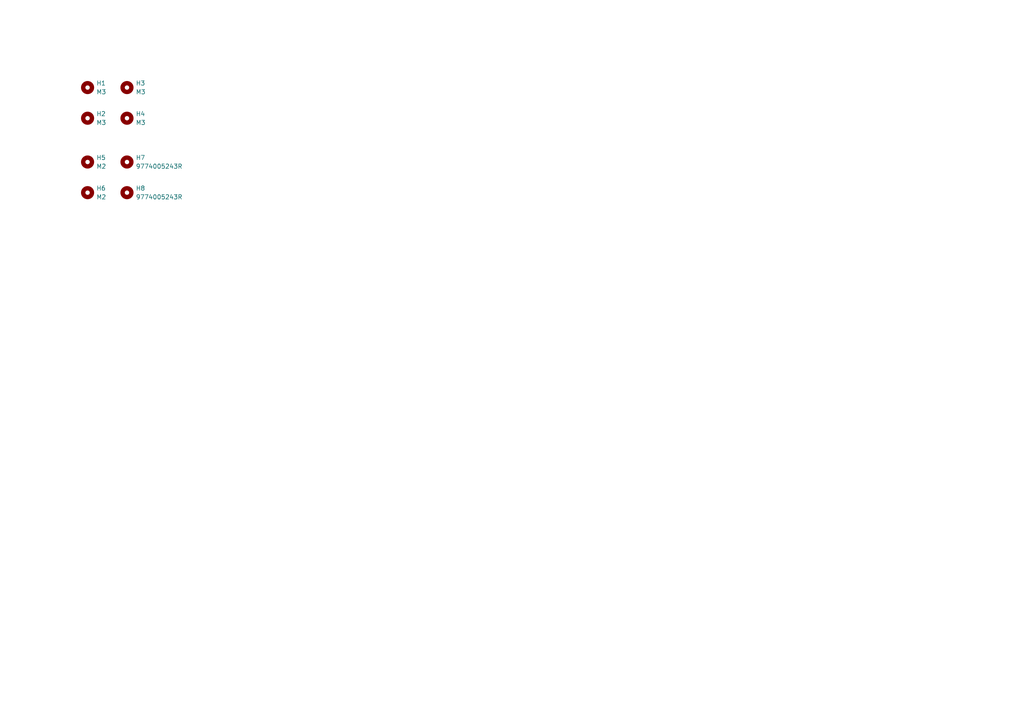
<source format=kicad_sch>
(kicad_sch (version 20230121) (generator eeschema)
  (paper "A4")
  (lib_symbols
    (symbol "Mechanical:MountingHole" (pin_names (offset 1.016))
      (property "Reference" "H" (at 0 5.08 0))
      (property "Value" "MountingHole" (at 0 3.175 0))
      (symbol "MountingHole_0_1"
        (circle (center 0 0) (radius 1.27) (stroke (width 1.27)))
      )
    )
  )
  (symbol (lib_id "Mechanical:MountingHole") (at 36.83 25.4 0) (unit 1)
    (property "Reference" "H3" (at 39.37 24.13 0) (effects (justify left)))
    (property "Value" "M3" (at 39.37 26.67 0) (effects (justify left)))
    (property "Footprint" "MountingHole:MountingHole_3.2mm_M3_Pad" (effects hide))
  )
  (symbol (lib_id "Mechanical:MountingHole") (at 25.4 55.88 0) (unit 1)
    (property "Reference" "H6" (at 27.94 54.61 0) (effects (justify left)))
    (property "Value" "M2" (at 27.94 57.15 0) (effects (justify left)))
    (property "Footprint" "MountingHole:MountingHole_2.2mm_M2_Pad" (effects hide))
  )
  (symbol (lib_id "Mechanical:MountingHole") (at 36.83 34.29 0) (unit 1)
    (property "Reference" "H4" (at 39.37 33.02 0) (effects (justify left)))
    (property "Value" "M3" (at 39.37 35.56 0) (effects (justify left)))
    (property "Footprint" "MountingHole:MountingHole_3.2mm_M3_Pad" (effects hide))
  )
  (symbol (lib_id "Mechanical:MountingHole") (at 25.4 46.99 0) (unit 1)
    (property "Reference" "H5" (at 27.94 45.72 0) (effects (justify left)))
    (property "Value" "M2" (at 27.94 48.26 0) (effects (justify left)))
    (property "Footprint" "MountingHole:MountingHole_2.2mm_M2_Pad" (effects hide))
  )
  (symbol (lib_id "Mechanical:MountingHole") (at 36.83 46.99 0) (unit 1)
    (property "Reference" "H7" (at 39.37 45.72 0) (effects (justify left)))
    (property "Value" "9774005243R " (at 39.37 48.26 0) (effects (justify left)))
    (property "Footprint" "MountingHole:MountingHole_2.2mm_M2_Pad" (effects hide))
  )
  (symbol (lib_id "Mechanical:MountingHole") (at 25.4 25.4 0) (unit 1)
    (property "Reference" "H1" (at 27.94 24.13 0) (effects (justify left)))
    (property "Value" "M3" (at 27.94 26.67 0) (effects (justify left)))
    (property "Footprint" "MountingHole:MountingHole_3.2mm_M3_Pad" (effects hide))
  )
  (symbol (lib_id "Mechanical:MountingHole") (at 25.4 34.29 0) (unit 1)
    (property "Reference" "H2" (at 27.94 33.02 0) (effects (justify left)))
    (property "Value" "M3" (at 27.94 35.56 0) (effects (justify left)))
    (property "Footprint" "MountingHole:MountingHole_3.2mm_M3_Pad" (effects hide))
  )
  (symbol (lib_id "Mechanical:MountingHole") (at 36.83 55.88 0) (unit 1)
    (property "Reference" "H8" (at 39.37 54.61 0) (effects (justify left)))
    (property "Value" "9774005243R " (at 39.37 57.15 0) (effects (justify left)))
    (property "Footprint" "MountingHole:MountingHole_2.2mm_M2_Pad" (effects hide))
  )
)
</source>
